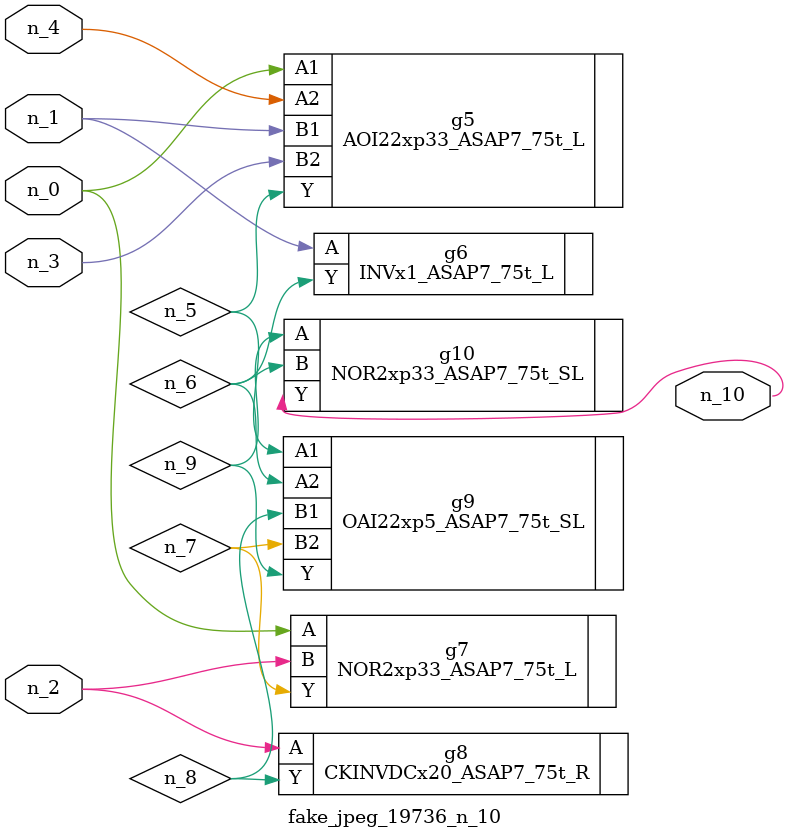
<source format=v>
module fake_jpeg_19736_n_10 (n_3, n_2, n_1, n_0, n_4, n_10);

input n_3;
input n_2;
input n_1;
input n_0;
input n_4;

output n_10;

wire n_8;
wire n_9;
wire n_6;
wire n_5;
wire n_7;

AOI22xp33_ASAP7_75t_L g5 ( 
.A1(n_0),
.A2(n_4),
.B1(n_1),
.B2(n_3),
.Y(n_5)
);

INVx1_ASAP7_75t_L g6 ( 
.A(n_1),
.Y(n_6)
);

NOR2xp33_ASAP7_75t_L g7 ( 
.A(n_0),
.B(n_2),
.Y(n_7)
);

CKINVDCx20_ASAP7_75t_R g8 ( 
.A(n_2),
.Y(n_8)
);

OAI22xp5_ASAP7_75t_SL g9 ( 
.A1(n_5),
.A2(n_6),
.B1(n_8),
.B2(n_7),
.Y(n_9)
);

NOR2xp33_ASAP7_75t_SL g10 ( 
.A(n_9),
.B(n_6),
.Y(n_10)
);


endmodule
</source>
